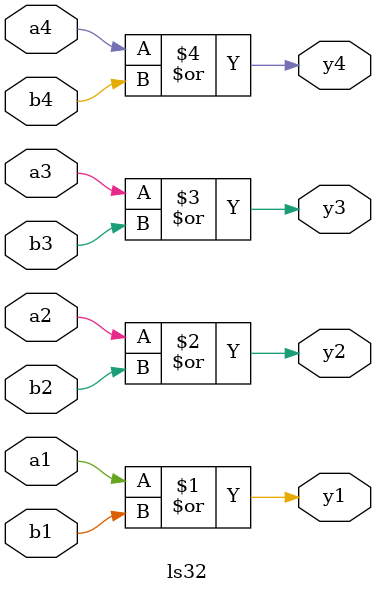
<source format=sv>

/*     _____________
     _|             |_
a1  |_|1          14|_| VCC
     _|             |_                     
b1  |_|2          13|_| a4
     _|             |_
y1  |_|3          12|_| b4
     _|             |_
a2  |_|4          11|_| y4
     _|             |_
b2  |_|5          10|_| a3
     _|             |_
y2  |_|6           9|_| b3
     _|             |_
GND |_|7           8|_| y3
      |_____________|
*/

module ls32
(
	input a1, a2, a3, a4,
	input b1, b2, b3, b4,
	output y1, y2, y3, y4
);

assign y1 = a1 | b1;
assign y2 = a2 | b2;
assign y3 = a3 | b3;
assign y4 = a4 | b4;
	
endmodule

</source>
